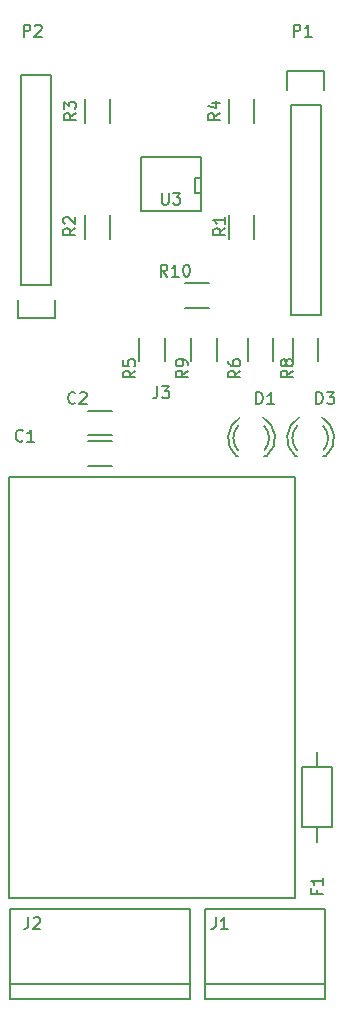
<source format=gbr>
G04 #@! TF.FileFunction,Legend,Top*
%FSLAX46Y46*%
G04 Gerber Fmt 4.6, Leading zero omitted, Abs format (unit mm)*
G04 Created by KiCad (PCBNEW 4.0.2+dfsg1-stable) date mar 17 jul 2018 09:31:31 CEST*
%MOMM*%
G01*
G04 APERTURE LIST*
%ADD10C,0.100000*%
%ADD11C,0.150000*%
G04 APERTURE END LIST*
D10*
D11*
X128424000Y-86119000D02*
X128224000Y-86119000D01*
X125830000Y-86119000D02*
X126010000Y-86119000D01*
X126140357Y-82891256D02*
G75*
G03X125824000Y-86119000I1003643J-1727744D01*
G01*
X126010932Y-83566994D02*
G75*
G03X126010000Y-85670000I1133068J-1052006D01*
G01*
X128450726Y-86106220D02*
G75*
G03X128104000Y-82869000I-1306726J1497220D01*
G01*
X128223253Y-85632889D02*
G75*
G03X128204000Y-83585000I-1079253J1013889D01*
G01*
X133424000Y-86119000D02*
X133224000Y-86119000D01*
X130830000Y-86119000D02*
X131010000Y-86119000D01*
X131140357Y-82891256D02*
G75*
G03X130824000Y-86119000I1003643J-1727744D01*
G01*
X131010932Y-83566994D02*
G75*
G03X131010000Y-85670000I1133068J-1052006D01*
G01*
X133450726Y-86106220D02*
G75*
G03X133104000Y-82869000I-1306726J1497220D01*
G01*
X133223253Y-85632889D02*
G75*
G03X133204000Y-83585000I-1079253J1013889D01*
G01*
X131440000Y-117580000D02*
X131440000Y-112500000D01*
X131440000Y-112500000D02*
X133980000Y-112500000D01*
X133980000Y-112500000D02*
X133980000Y-117580000D01*
X133980000Y-117580000D02*
X131440000Y-117580000D01*
X132710000Y-117580000D02*
X132710000Y-118850000D01*
X132710000Y-112500000D02*
X132710000Y-111230000D01*
X133350000Y-130810000D02*
X123190000Y-130810000D01*
X133350000Y-132080000D02*
X133350000Y-124460000D01*
X133350000Y-124460000D02*
X123190000Y-124460000D01*
X123190000Y-124460000D02*
X123190000Y-132080000D01*
X123190000Y-132080000D02*
X133350000Y-132080000D01*
X106680000Y-132080000D02*
X106680000Y-124460000D01*
X121920000Y-132080000D02*
X121920000Y-124460000D01*
X106680000Y-130810000D02*
X121920000Y-130810000D01*
X106680000Y-124460000D02*
X121920000Y-124460000D01*
X106680000Y-132080000D02*
X121920000Y-132080000D01*
X122850000Y-65406000D02*
X117770000Y-65406000D01*
X117770000Y-65406000D02*
X117770000Y-60834000D01*
X117770000Y-60834000D02*
X122850000Y-60834000D01*
X122850000Y-60834000D02*
X122850000Y-65406000D01*
X122850000Y-63882000D02*
X122342000Y-63882000D01*
X122342000Y-63882000D02*
X122342000Y-62612000D01*
X122342000Y-62612000D02*
X122850000Y-62612000D01*
X113310000Y-86945000D02*
X115310000Y-86945000D01*
X115310000Y-84895000D02*
X113310000Y-84895000D01*
X113310000Y-84345000D02*
X115310000Y-84345000D01*
X115310000Y-82295000D02*
X113310000Y-82295000D01*
X125235000Y-67720000D02*
X125235000Y-65720000D01*
X127385000Y-65720000D02*
X127385000Y-67720000D01*
X113035000Y-67720000D02*
X113035000Y-65720000D01*
X115185000Y-65720000D02*
X115185000Y-67720000D01*
X115185000Y-55920000D02*
X115185000Y-57920000D01*
X113035000Y-57920000D02*
X113035000Y-55920000D01*
X127385000Y-55920000D02*
X127385000Y-57920000D01*
X125235000Y-57920000D02*
X125235000Y-55920000D01*
X117635000Y-78120000D02*
X117635000Y-76120000D01*
X119785000Y-76120000D02*
X119785000Y-78120000D01*
X128985000Y-76120000D02*
X128985000Y-78120000D01*
X126835000Y-78120000D02*
X126835000Y-76120000D01*
X132785000Y-76120000D02*
X132785000Y-78120000D01*
X130635000Y-78120000D02*
X130635000Y-76120000D01*
X124185000Y-76120000D02*
X124185000Y-78120000D01*
X122035000Y-78120000D02*
X122035000Y-76120000D01*
X123510000Y-73595000D02*
X121510000Y-73595000D01*
X121510000Y-71445000D02*
X123510000Y-71445000D01*
X132980000Y-56390000D02*
X132980000Y-74170000D01*
X132980000Y-74170000D02*
X130440000Y-74170000D01*
X130440000Y-74170000D02*
X130440000Y-56390000D01*
X133260000Y-53570000D02*
X133260000Y-55120000D01*
X132980000Y-56390000D02*
X130440000Y-56390000D01*
X130160000Y-55120000D02*
X130160000Y-53570000D01*
X130160000Y-53570000D02*
X133260000Y-53570000D01*
X107640000Y-71650000D02*
X107640000Y-53870000D01*
X107640000Y-53870000D02*
X110180000Y-53870000D01*
X110180000Y-53870000D02*
X110180000Y-71650000D01*
X107360000Y-74470000D02*
X107360000Y-72920000D01*
X107640000Y-71650000D02*
X110180000Y-71650000D01*
X110460000Y-72920000D02*
X110460000Y-74470000D01*
X110460000Y-74470000D02*
X107360000Y-74470000D01*
X106610000Y-123520000D02*
X106610000Y-87920000D01*
X106610000Y-87920000D02*
X130810000Y-87920000D01*
X130810000Y-87920000D02*
X130810000Y-123520000D01*
X130810000Y-123520000D02*
X106610000Y-123520000D01*
X106610000Y-123520000D02*
X106610000Y-119720000D01*
X106610000Y-123520000D02*
X106610000Y-119720000D01*
X127531905Y-81732381D02*
X127531905Y-80732381D01*
X127770000Y-80732381D01*
X127912858Y-80780000D01*
X128008096Y-80875238D01*
X128055715Y-80970476D01*
X128103334Y-81160952D01*
X128103334Y-81303810D01*
X128055715Y-81494286D01*
X128008096Y-81589524D01*
X127912858Y-81684762D01*
X127770000Y-81732381D01*
X127531905Y-81732381D01*
X129055715Y-81732381D02*
X128484286Y-81732381D01*
X128770000Y-81732381D02*
X128770000Y-80732381D01*
X128674762Y-80875238D01*
X128579524Y-80970476D01*
X128484286Y-81018095D01*
X132611905Y-81732381D02*
X132611905Y-80732381D01*
X132850000Y-80732381D01*
X132992858Y-80780000D01*
X133088096Y-80875238D01*
X133135715Y-80970476D01*
X133183334Y-81160952D01*
X133183334Y-81303810D01*
X133135715Y-81494286D01*
X133088096Y-81589524D01*
X132992858Y-81684762D01*
X132850000Y-81732381D01*
X132611905Y-81732381D01*
X133516667Y-80732381D02*
X134135715Y-80732381D01*
X133802381Y-81113333D01*
X133945239Y-81113333D01*
X134040477Y-81160952D01*
X134088096Y-81208571D01*
X134135715Y-81303810D01*
X134135715Y-81541905D01*
X134088096Y-81637143D01*
X134040477Y-81684762D01*
X133945239Y-81732381D01*
X133659524Y-81732381D01*
X133564286Y-81684762D01*
X133516667Y-81637143D01*
X132643571Y-122888333D02*
X132643571Y-123221667D01*
X133167381Y-123221667D02*
X132167381Y-123221667D01*
X132167381Y-122745476D01*
X133167381Y-121840714D02*
X133167381Y-122412143D01*
X133167381Y-122126429D02*
X132167381Y-122126429D01*
X132310238Y-122221667D01*
X132405476Y-122316905D01*
X132453095Y-122412143D01*
X124126667Y-125182381D02*
X124126667Y-125896667D01*
X124079047Y-126039524D01*
X123983809Y-126134762D01*
X123840952Y-126182381D01*
X123745714Y-126182381D01*
X125126667Y-126182381D02*
X124555238Y-126182381D01*
X124840952Y-126182381D02*
X124840952Y-125182381D01*
X124745714Y-125325238D01*
X124650476Y-125420476D01*
X124555238Y-125468095D01*
X108251667Y-125182381D02*
X108251667Y-125896667D01*
X108204047Y-126039524D01*
X108108809Y-126134762D01*
X107965952Y-126182381D01*
X107870714Y-126182381D01*
X108680238Y-125277619D02*
X108727857Y-125230000D01*
X108823095Y-125182381D01*
X109061191Y-125182381D01*
X109156429Y-125230000D01*
X109204048Y-125277619D01*
X109251667Y-125372857D01*
X109251667Y-125468095D01*
X109204048Y-125610952D01*
X108632619Y-126182381D01*
X109251667Y-126182381D01*
X119176667Y-80232381D02*
X119176667Y-80946667D01*
X119129047Y-81089524D01*
X119033809Y-81184762D01*
X118890952Y-81232381D01*
X118795714Y-81232381D01*
X119557619Y-80232381D02*
X120176667Y-80232381D01*
X119843333Y-80613333D01*
X119986191Y-80613333D01*
X120081429Y-80660952D01*
X120129048Y-80708571D01*
X120176667Y-80803810D01*
X120176667Y-81041905D01*
X120129048Y-81137143D01*
X120081429Y-81184762D01*
X119986191Y-81232381D01*
X119700476Y-81232381D01*
X119605238Y-81184762D01*
X119557619Y-81137143D01*
X119548095Y-63842381D02*
X119548095Y-64651905D01*
X119595714Y-64747143D01*
X119643333Y-64794762D01*
X119738571Y-64842381D01*
X119929048Y-64842381D01*
X120024286Y-64794762D01*
X120071905Y-64747143D01*
X120119524Y-64651905D01*
X120119524Y-63842381D01*
X120500476Y-63842381D02*
X121119524Y-63842381D01*
X120786190Y-64223333D01*
X120929048Y-64223333D01*
X121024286Y-64270952D01*
X121071905Y-64318571D01*
X121119524Y-64413810D01*
X121119524Y-64651905D01*
X121071905Y-64747143D01*
X121024286Y-64794762D01*
X120929048Y-64842381D01*
X120643333Y-64842381D01*
X120548095Y-64794762D01*
X120500476Y-64747143D01*
X107783334Y-84812143D02*
X107735715Y-84859762D01*
X107592858Y-84907381D01*
X107497620Y-84907381D01*
X107354762Y-84859762D01*
X107259524Y-84764524D01*
X107211905Y-84669286D01*
X107164286Y-84478810D01*
X107164286Y-84335952D01*
X107211905Y-84145476D01*
X107259524Y-84050238D01*
X107354762Y-83955000D01*
X107497620Y-83907381D01*
X107592858Y-83907381D01*
X107735715Y-83955000D01*
X107783334Y-84002619D01*
X108735715Y-84907381D02*
X108164286Y-84907381D01*
X108450000Y-84907381D02*
X108450000Y-83907381D01*
X108354762Y-84050238D01*
X108259524Y-84145476D01*
X108164286Y-84193095D01*
X112228334Y-81637143D02*
X112180715Y-81684762D01*
X112037858Y-81732381D01*
X111942620Y-81732381D01*
X111799762Y-81684762D01*
X111704524Y-81589524D01*
X111656905Y-81494286D01*
X111609286Y-81303810D01*
X111609286Y-81160952D01*
X111656905Y-80970476D01*
X111704524Y-80875238D01*
X111799762Y-80780000D01*
X111942620Y-80732381D01*
X112037858Y-80732381D01*
X112180715Y-80780000D01*
X112228334Y-80827619D01*
X112609286Y-80827619D02*
X112656905Y-80780000D01*
X112752143Y-80732381D01*
X112990239Y-80732381D01*
X113085477Y-80780000D01*
X113133096Y-80827619D01*
X113180715Y-80922857D01*
X113180715Y-81018095D01*
X113133096Y-81160952D01*
X112561667Y-81732381D01*
X113180715Y-81732381D01*
X124912381Y-66841666D02*
X124436190Y-67175000D01*
X124912381Y-67413095D02*
X123912381Y-67413095D01*
X123912381Y-67032142D01*
X123960000Y-66936904D01*
X124007619Y-66889285D01*
X124102857Y-66841666D01*
X124245714Y-66841666D01*
X124340952Y-66889285D01*
X124388571Y-66936904D01*
X124436190Y-67032142D01*
X124436190Y-67413095D01*
X124912381Y-65889285D02*
X124912381Y-66460714D01*
X124912381Y-66175000D02*
X123912381Y-66175000D01*
X124055238Y-66270238D01*
X124150476Y-66365476D01*
X124198095Y-66460714D01*
X112212381Y-66841666D02*
X111736190Y-67175000D01*
X112212381Y-67413095D02*
X111212381Y-67413095D01*
X111212381Y-67032142D01*
X111260000Y-66936904D01*
X111307619Y-66889285D01*
X111402857Y-66841666D01*
X111545714Y-66841666D01*
X111640952Y-66889285D01*
X111688571Y-66936904D01*
X111736190Y-67032142D01*
X111736190Y-67413095D01*
X111307619Y-66460714D02*
X111260000Y-66413095D01*
X111212381Y-66317857D01*
X111212381Y-66079761D01*
X111260000Y-65984523D01*
X111307619Y-65936904D01*
X111402857Y-65889285D01*
X111498095Y-65889285D01*
X111640952Y-65936904D01*
X112212381Y-66508333D01*
X112212381Y-65889285D01*
X112262381Y-57086666D02*
X111786190Y-57420000D01*
X112262381Y-57658095D02*
X111262381Y-57658095D01*
X111262381Y-57277142D01*
X111310000Y-57181904D01*
X111357619Y-57134285D01*
X111452857Y-57086666D01*
X111595714Y-57086666D01*
X111690952Y-57134285D01*
X111738571Y-57181904D01*
X111786190Y-57277142D01*
X111786190Y-57658095D01*
X111262381Y-56753333D02*
X111262381Y-56134285D01*
X111643333Y-56467619D01*
X111643333Y-56324761D01*
X111690952Y-56229523D01*
X111738571Y-56181904D01*
X111833810Y-56134285D01*
X112071905Y-56134285D01*
X112167143Y-56181904D01*
X112214762Y-56229523D01*
X112262381Y-56324761D01*
X112262381Y-56610476D01*
X112214762Y-56705714D01*
X112167143Y-56753333D01*
X124462381Y-57086666D02*
X123986190Y-57420000D01*
X124462381Y-57658095D02*
X123462381Y-57658095D01*
X123462381Y-57277142D01*
X123510000Y-57181904D01*
X123557619Y-57134285D01*
X123652857Y-57086666D01*
X123795714Y-57086666D01*
X123890952Y-57134285D01*
X123938571Y-57181904D01*
X123986190Y-57277142D01*
X123986190Y-57658095D01*
X123795714Y-56229523D02*
X124462381Y-56229523D01*
X123414762Y-56467619D02*
X124129048Y-56705714D01*
X124129048Y-56086666D01*
X117292381Y-78906666D02*
X116816190Y-79240000D01*
X117292381Y-79478095D02*
X116292381Y-79478095D01*
X116292381Y-79097142D01*
X116340000Y-79001904D01*
X116387619Y-78954285D01*
X116482857Y-78906666D01*
X116625714Y-78906666D01*
X116720952Y-78954285D01*
X116768571Y-79001904D01*
X116816190Y-79097142D01*
X116816190Y-79478095D01*
X116292381Y-78001904D02*
X116292381Y-78478095D01*
X116768571Y-78525714D01*
X116720952Y-78478095D01*
X116673333Y-78382857D01*
X116673333Y-78144761D01*
X116720952Y-78049523D01*
X116768571Y-78001904D01*
X116863810Y-77954285D01*
X117101905Y-77954285D01*
X117197143Y-78001904D01*
X117244762Y-78049523D01*
X117292381Y-78144761D01*
X117292381Y-78382857D01*
X117244762Y-78478095D01*
X117197143Y-78525714D01*
X126182381Y-78906666D02*
X125706190Y-79240000D01*
X126182381Y-79478095D02*
X125182381Y-79478095D01*
X125182381Y-79097142D01*
X125230000Y-79001904D01*
X125277619Y-78954285D01*
X125372857Y-78906666D01*
X125515714Y-78906666D01*
X125610952Y-78954285D01*
X125658571Y-79001904D01*
X125706190Y-79097142D01*
X125706190Y-79478095D01*
X125182381Y-78049523D02*
X125182381Y-78240000D01*
X125230000Y-78335238D01*
X125277619Y-78382857D01*
X125420476Y-78478095D01*
X125610952Y-78525714D01*
X125991905Y-78525714D01*
X126087143Y-78478095D01*
X126134762Y-78430476D01*
X126182381Y-78335238D01*
X126182381Y-78144761D01*
X126134762Y-78049523D01*
X126087143Y-78001904D01*
X125991905Y-77954285D01*
X125753810Y-77954285D01*
X125658571Y-78001904D01*
X125610952Y-78049523D01*
X125563333Y-78144761D01*
X125563333Y-78335238D01*
X125610952Y-78430476D01*
X125658571Y-78478095D01*
X125753810Y-78525714D01*
X130627381Y-78906666D02*
X130151190Y-79240000D01*
X130627381Y-79478095D02*
X129627381Y-79478095D01*
X129627381Y-79097142D01*
X129675000Y-79001904D01*
X129722619Y-78954285D01*
X129817857Y-78906666D01*
X129960714Y-78906666D01*
X130055952Y-78954285D01*
X130103571Y-79001904D01*
X130151190Y-79097142D01*
X130151190Y-79478095D01*
X130055952Y-78335238D02*
X130008333Y-78430476D01*
X129960714Y-78478095D01*
X129865476Y-78525714D01*
X129817857Y-78525714D01*
X129722619Y-78478095D01*
X129675000Y-78430476D01*
X129627381Y-78335238D01*
X129627381Y-78144761D01*
X129675000Y-78049523D01*
X129722619Y-78001904D01*
X129817857Y-77954285D01*
X129865476Y-77954285D01*
X129960714Y-78001904D01*
X130008333Y-78049523D01*
X130055952Y-78144761D01*
X130055952Y-78335238D01*
X130103571Y-78430476D01*
X130151190Y-78478095D01*
X130246429Y-78525714D01*
X130436905Y-78525714D01*
X130532143Y-78478095D01*
X130579762Y-78430476D01*
X130627381Y-78335238D01*
X130627381Y-78144761D01*
X130579762Y-78049523D01*
X130532143Y-78001904D01*
X130436905Y-77954285D01*
X130246429Y-77954285D01*
X130151190Y-78001904D01*
X130103571Y-78049523D01*
X130055952Y-78144761D01*
X121737381Y-78906666D02*
X121261190Y-79240000D01*
X121737381Y-79478095D02*
X120737381Y-79478095D01*
X120737381Y-79097142D01*
X120785000Y-79001904D01*
X120832619Y-78954285D01*
X120927857Y-78906666D01*
X121070714Y-78906666D01*
X121165952Y-78954285D01*
X121213571Y-79001904D01*
X121261190Y-79097142D01*
X121261190Y-79478095D01*
X121737381Y-78430476D02*
X121737381Y-78240000D01*
X121689762Y-78144761D01*
X121642143Y-78097142D01*
X121499286Y-78001904D01*
X121308810Y-77954285D01*
X120927857Y-77954285D01*
X120832619Y-78001904D01*
X120785000Y-78049523D01*
X120737381Y-78144761D01*
X120737381Y-78335238D01*
X120785000Y-78430476D01*
X120832619Y-78478095D01*
X120927857Y-78525714D01*
X121165952Y-78525714D01*
X121261190Y-78478095D01*
X121308810Y-78430476D01*
X121356429Y-78335238D01*
X121356429Y-78144761D01*
X121308810Y-78049523D01*
X121261190Y-78001904D01*
X121165952Y-77954285D01*
X120007143Y-70937381D02*
X119673809Y-70461190D01*
X119435714Y-70937381D02*
X119435714Y-69937381D01*
X119816667Y-69937381D01*
X119911905Y-69985000D01*
X119959524Y-70032619D01*
X120007143Y-70127857D01*
X120007143Y-70270714D01*
X119959524Y-70365952D01*
X119911905Y-70413571D01*
X119816667Y-70461190D01*
X119435714Y-70461190D01*
X120959524Y-70937381D02*
X120388095Y-70937381D01*
X120673809Y-70937381D02*
X120673809Y-69937381D01*
X120578571Y-70080238D01*
X120483333Y-70175476D01*
X120388095Y-70223095D01*
X121578571Y-69937381D02*
X121673810Y-69937381D01*
X121769048Y-69985000D01*
X121816667Y-70032619D01*
X121864286Y-70127857D01*
X121911905Y-70318333D01*
X121911905Y-70556429D01*
X121864286Y-70746905D01*
X121816667Y-70842143D01*
X121769048Y-70889762D01*
X121673810Y-70937381D01*
X121578571Y-70937381D01*
X121483333Y-70889762D01*
X121435714Y-70842143D01*
X121388095Y-70746905D01*
X121340476Y-70556429D01*
X121340476Y-70318333D01*
X121388095Y-70127857D01*
X121435714Y-70032619D01*
X121483333Y-69985000D01*
X121578571Y-69937381D01*
X130706905Y-50617381D02*
X130706905Y-49617381D01*
X131087858Y-49617381D01*
X131183096Y-49665000D01*
X131230715Y-49712619D01*
X131278334Y-49807857D01*
X131278334Y-49950714D01*
X131230715Y-50045952D01*
X131183096Y-50093571D01*
X131087858Y-50141190D01*
X130706905Y-50141190D01*
X132230715Y-50617381D02*
X131659286Y-50617381D01*
X131945000Y-50617381D02*
X131945000Y-49617381D01*
X131849762Y-49760238D01*
X131754524Y-49855476D01*
X131659286Y-49903095D01*
X107846905Y-50617381D02*
X107846905Y-49617381D01*
X108227858Y-49617381D01*
X108323096Y-49665000D01*
X108370715Y-49712619D01*
X108418334Y-49807857D01*
X108418334Y-49950714D01*
X108370715Y-50045952D01*
X108323096Y-50093571D01*
X108227858Y-50141190D01*
X107846905Y-50141190D01*
X108799286Y-49712619D02*
X108846905Y-49665000D01*
X108942143Y-49617381D01*
X109180239Y-49617381D01*
X109275477Y-49665000D01*
X109323096Y-49712619D01*
X109370715Y-49807857D01*
X109370715Y-49903095D01*
X109323096Y-50045952D01*
X108751667Y-50617381D01*
X109370715Y-50617381D01*
M02*

</source>
